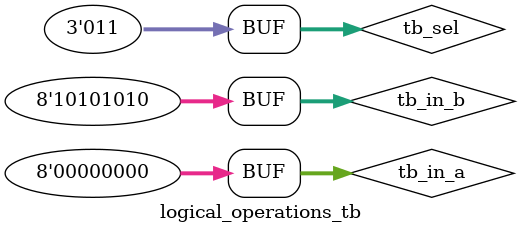
<source format=sv>
`timescale 1ns/10ps 

module gates_tb();
    logic [7:0] tb_in_a;
    logic [7:0] tb_in_b;
    logic [7:0] tb_out_1;
    logic [7:0] tb_out_2;
    logic [7:0] tb_out_3;
    logic [7:0] tb_out_4;
    logic [7:0] tb_out_5;
    logic [7:0] tb_out_6;
  
gates dut(
    .in_a(tb_in_a),
    .in_b(tb_in_b),
    .out_1(tb_out_1),
    .out_2(tb_out_2),
    .out_3(tb_out_3),
    .out_4(tb_out_4),
    .out_5(tb_out_5),
    .out_6(tb_out_6)
    );
      
initial
    begin
    tb_in_a = 8'b00000000;
    tb_in_b = 8'b00000000;
    
    #100 
    tb_in_a = 8'b11111111;
    tb_in_b = 8'b00000000;
    
    #100 
    tb_in_a = 8'b10101010;
    tb_in_b = 8'b00000000;
    
    #100
    tb_in_a = 8'b00000000;
    tb_in_b = 8'b11111111;
    
    #100
    tb_in_a = 8'b00000000;
    tb_in_b = 8'b10101010;
    
    
    end 

endmodule


// Exercise #2
module reduction_gates_tb();
    logic [7:0] tb_in_a;
    logic [7:0] tb_in_b;
    logic tb_out_1;
    logic tb_out_2;
    logic tb_out_3;
    logic tb_out_4;
    logic tb_out_5;
    logic tb_out_6;
  
gates dut(
    .in_a(tb_in_a),
    .in_b(tb_in_b),
    .out_1(tb_out_1),
    .out_2(tb_out_2),
    .out_3(tb_out_3),
    .out_4(tb_out_4),
    .out_5(tb_out_5),
    .out_6(tb_out_6)
    );
      
initial
    begin
    tb_in_a = 8'b00000000;
    tb_in_b = 8'b00000000;
    
    #100 
    tb_in_a = 8'b11111111;
    tb_in_b = 8'b00000000;
    
    #100 
    tb_in_a = 8'b10101010;
    tb_in_b = 8'b00000000;
    
    #100
    tb_in_a = 8'b00000000;
    tb_in_b = 8'b11111111;
    
    #100
    tb_in_a = 8'b00000000;
    tb_in_b = 8'b10101010;
    
    
    end 

endmodule



// Exercise #3
module conditional_gate_tb();
    logic [7:0] tb_in_a;
    logic [7:0] tb_in_b;
    logic tb_sel;
    logic [7:0] tb_out;
    
conditional_gate dut(
    .in_a(tb_in_a),
    .in_b(tb_in_b),
    .sel(tb_sel),
    .out(tb_out)
    );

initial
    begin
        tb_in_a = 8'b11111111;
        tb_in_b = 8'b00000000;
        
        tb_sel = 1'b0;
        
        #100
        tb_sel = 1'b1;
        
        #100
        tb_sel = 1'b0;
        
        #100
        tb_sel = 1'b1;
    
    end
   
endmodule




// Exercise #4
module multiplexer_4_1_tb();
    logic [7:0] tb_in_a;
    logic [7:0] tb_in_b;
    logic [7:0] tb_in_c;
    logic [7:0] tb_in_d;
    logic [1:0] tb_sel;
    logic [7:0] tb_out;
    
multiplexer_4_1 dut(
    .in_a(tb_in_a),
    .in_b(tb_in_b),
    .in_c(tb_in_c),
    .in_d(tb_in_d),
    .sel(tb_sel),
    .out(tb_out)
    );
    
initial
    begin
        tb_in_a = 8'b00000000;
        tb_in_b = 8'b00000001;
        tb_in_c = 8'b00000010;
        tb_in_d = 8'b00000011;
        
        tb_sel = 2'b00;
        
        #100
        tb_sel = 2'b01;
        
        #100
        tb_sel = 2'b10;
        
        #100
        tb_sel = 2'b11;
        
        #100
        tb_sel = 2'b00;
        
        #100
        tb_sel = 2'b01;
        
        #100
        tb_sel = 2'b10;
        
        #100
        tb_sel = 2'b11;
    
    end
   
endmodule



// Exercise #5
module logical_operations_tb();
    logic [7:0] tb_in_a;
    logic [7:0] tb_in_b;
    logic [2:0] tb_sel;
    logic [7:0] tb_out;
  
logical_operations dut(
    .in_a(tb_in_a),
    .in_b(tb_in_b),
    .sel(tb_sel),
    .out(tb_out)
    );
      
initial
    begin
    tb_sel = 2'b00;
    tb_in_a = 8'b00000000;
    tb_in_b = 8'b00000000;
    
    #100 
    tb_in_a = 8'b11111111;
    tb_in_b = 8'b00000000;
    
    #100 
    tb_in_a = 8'b10101010;
    tb_in_b = 8'b00000000;
    
    #100
    tb_in_a = 8'b00000000;
    tb_in_b = 8'b11111111;
    
    #100
    tb_in_a = 8'b00000000;
    tb_in_b = 8'b10101010;
    
    #100
    tb_sel = 2'b01;
    tb_in_a = 8'b00000000;
    tb_in_b = 8'b00000000;
    
    #100 
    tb_in_a = 8'b11111111;
    tb_in_b = 8'b00000000;
    
    #100 
    tb_in_a = 8'b10101010;
    tb_in_b = 8'b00000000;
    
    #100
    tb_in_a = 8'b00000000;
    tb_in_b = 8'b11111111;
    
    #100
    tb_in_a = 8'b00000000;
    tb_in_b = 8'b10101010;
    
    #100
    tb_sel = 2'b10;
    tb_in_a = 8'b00000000;
    tb_in_b = 8'b00000000;
    
    #100 
    tb_in_a = 8'b11111111;
    tb_in_b = 8'b00000000;
    
    #100 
    tb_in_a = 8'b10101010;
    tb_in_b = 8'b00000000;
    
    #100
    tb_in_a = 8'b00000000;
    tb_in_b = 8'b11111111;
    
    #100
    tb_in_a = 8'b00000000;
    tb_in_b = 8'b10101010;
    
    #100
    tb_sel = 2'b11;
    tb_in_a = 8'b00000000;
    tb_in_b = 8'b00000000;
    
    #100 
    tb_in_a = 8'b11111111;
    tb_in_b = 8'b00000000;
    
    #100 
    tb_in_a = 8'b10101010;
    tb_in_b = 8'b00000000;
    
    #100
    tb_in_a = 8'b00000000;
    tb_in_b = 8'b11111111;
    
    #100
    tb_in_a = 8'b00000000;
    tb_in_b = 8'b10101010;
    end 

endmodule
</source>
